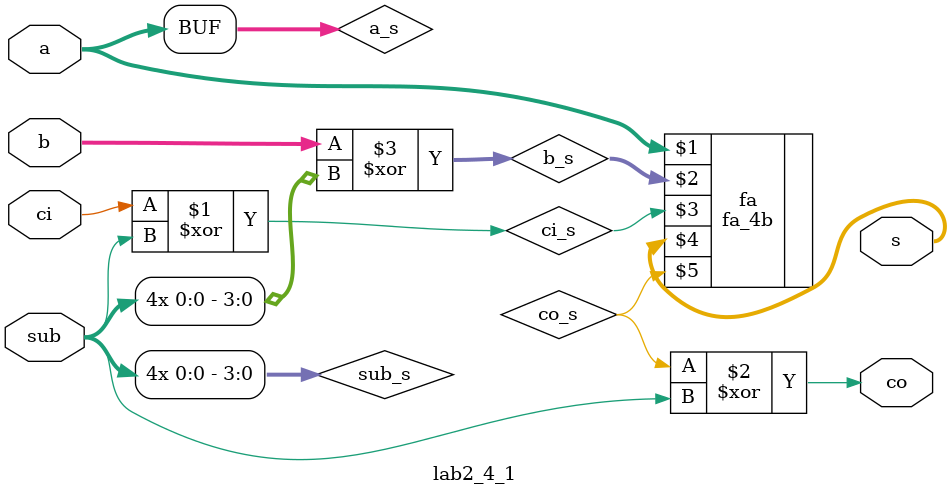
<source format=v>
`timescale 1ns / 1ps


module lab2_4_1(
    input [3:0] a,
    input [3:0] b,
    input ci,
    input sub,
    output [3:0] s,
    output co
    );
    
    wire [3:0] a_s, b_s, sub_s;
    wire ci_s, co_s;
    
    assign sub_s = {sub, sub, sub, sub};
    assign ci_s = ci ^ sub;
    assign co = co_s ^ sub;
    assign a_s = a;
    assign b_s = b ^ sub_s;
    fa_4b fa(a_s, b_s, ci_s, s, co_s);
endmodule

</source>
